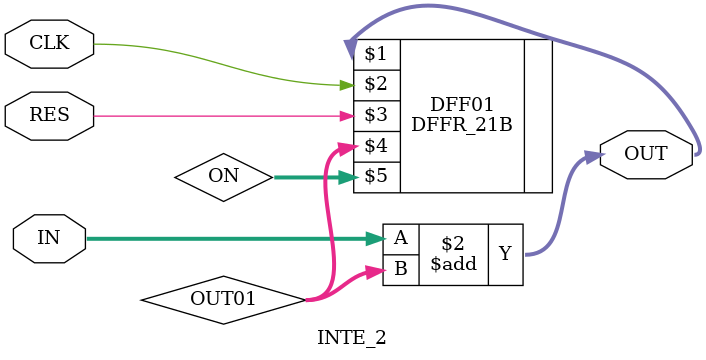
<source format=v>
module INTE_2(IN, CLK, RES, OUT);

			input  signed[20:0] IN;
			input CLK,RES;
			output signed[20:0] OUT;
			reg signed [20:0] OUT;
			wire  signed [20:0] OUT01,ON;
			
	DFFR_21B DFF01(OUT, CLK, RES, OUT01, ON);

	always@(IN or OUT01) OUT = IN + OUT01;
	
endmodule 

</source>
